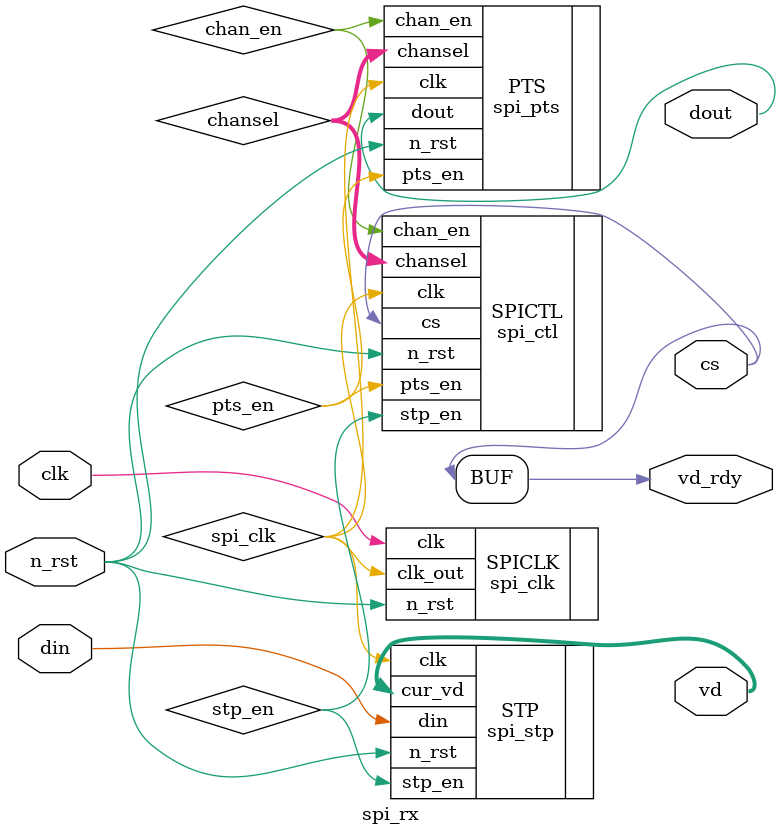
<source format=v>


module spi_rx #(
    parameter ADC_WIDTH = 8,
    parameter NUM_CHANNELS = 1
)( 
    input clk, n_rst, din,
    output dout, vd_rdy, cs,
    output [ADC_WIDTH-1:0] vd
);

wire stp_en, pts_en, chan_en;
wire [4:0] chansel;
wire spi_clk;

assign vd_rdy = cs;


spi_clk #(.DIVIDER(20)) SPICLK
(.clk(clk), .n_rst(n_rst), .clk_out(spi_clk));

spi_ctl #(.ADC_WIDTH(ADC_WIDTH), .NUM_CHANNELS(NUM_CHANNELS)) SPICTL
(.clk(spi_clk), .n_rst(n_rst), .stp_en(stp_en), .pts_en(pts_en), .chan_en(chan_en), .cs(cs), .chansel(chansel));

spi_pts #(.CHAN_WIDTH(5)) PTS
(.clk(spi_clk), .n_rst(n_rst), .pts_en(pts_en), .chan_en(chan_en), .chansel(chansel), .dout(dout));

spi_stp #(.ADC_WIDTH(ADC_WIDTH)) STP
(.clk(spi_clk), .n_rst(n_rst), .din(din), .stp_en(stp_en), .cur_vd(vd));



endmodule


</source>
